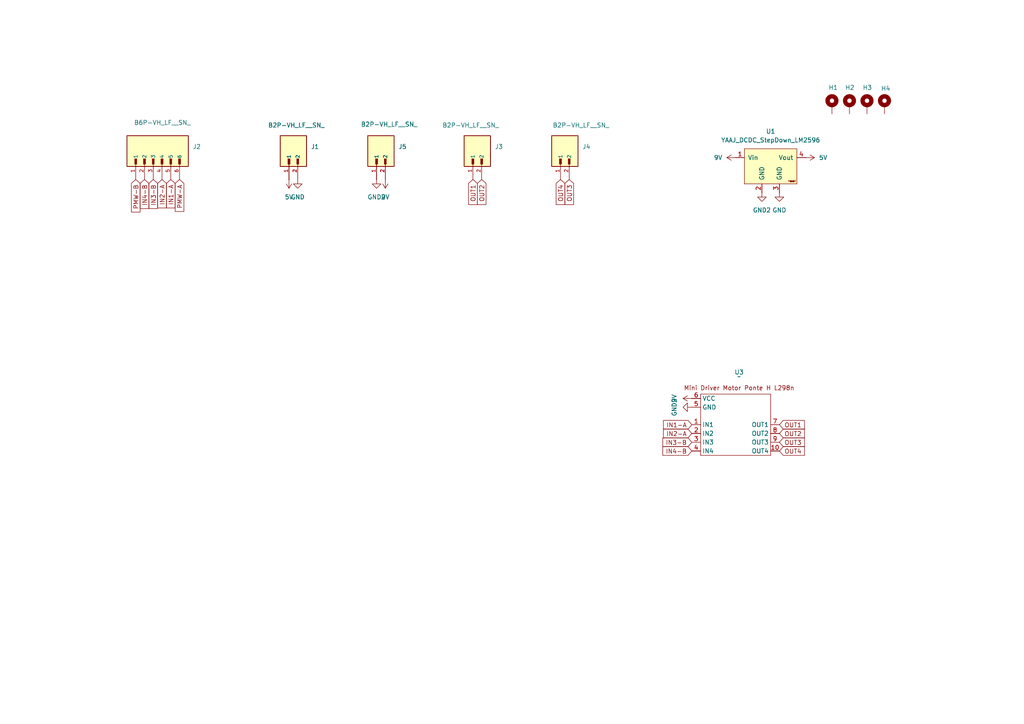
<source format=kicad_sch>
(kicad_sch (version 20231120) (generator "eeschema") (generator_version "8.0")
  (paper "A4")
  (lib_symbols
    (symbol "Mechanical:MountingHole_Pad" (pin_numbers hide) (pin_names (offset 1.016) hide) (exclude_from_sim yes) (in_bom no)
      (property "Reference" "H" (at 0 6.35 0))
      (property "Value" "MountingHole_Pad" (at 0 4.445 0))
      (symbol "MountingHole_Pad_0_1"
        (circle (center 0 1.27) (radius 1.27) (stroke (width 1.27)))
      )
      (symbol "MountingHole_Pad_1_1"
        (pin input line (at 0 -2.54 90) (length 2.54) (name "1") (number "1"))
      )
    )
    (symbol "importados:B2P-VH_LF__SN_" (pin_names (offset 1.016))
      (property "Reference" "J" (at -2.54 3.302 0))
      (property "Value" "B2P-VH_LF__SN_" (at -2.54 -7.62 0))
      (symbol "B2P-VH_LF__SN__0_0"
        (rectangle (start -3.81 -5.08) (end 5.08 2.54) (stroke (width 0.254)) (fill (type background)))
        (rectangle (start -3.175 -2.8575) (end -1.5875 -2.2225) (stroke (width 0.1)) (fill (type outline)))
        (rectangle (start -3.175 -0.3175) (end -1.5875 0.3175) (stroke (width 0.1)) (fill (type outline)))
        (pin passive line (at -7.62 0 0) (length 5.08) (name "1") (number "1"))
        (pin passive line (at -7.62 -2.54 0) (length 5.08) (name "2") (number "2"))
      )
    )
    (symbol "importados:B6P-VH_LF__SN_" (pin_names (offset 1.016))
      (property "Reference" "J" (at -3.81 8.255 0))
      (property "Value" "B6P-VH_LF__SN_" (at -3.81 -12.7 0))
      (symbol "B6P-VH_LF__SN__0_0"
        (rectangle (start -3.81 -10.16) (end 5.08 7.62) (stroke (width 0.254)) (fill (type background)))
        (rectangle (start -3.175 -7.9375) (end -1.5875 -7.3025) (stroke (width 0.1)) (fill (type outline)))
        (rectangle (start -3.175 -5.3975) (end -1.5875 -4.7625) (stroke (width 0.1)) (fill (type outline)))
        (rectangle (start -3.175 -2.8575) (end -1.5875 -2.2225) (stroke (width 0.1)) (fill (type outline)))
        (rectangle (start -3.175 -0.3175) (end -1.5875 0.3175) (stroke (width 0.1)) (fill (type outline)))
        (rectangle (start -3.175 2.2225) (end -1.5875 2.8575) (stroke (width 0.1)) (fill (type outline)))
        (rectangle (start -3.175 4.7625) (end -1.5875 5.3975) (stroke (width 0.1)) (fill (type outline)))
        (pin passive line (at -7.62 5.08 0) (length 5.08) (name "1") (number "1"))
        (pin passive line (at -7.62 2.54 0) (length 5.08) (name "2") (number "2"))
        (pin passive line (at -7.62 0 0) (length 5.08) (name "3") (number "3"))
        (pin passive line (at -7.62 -2.54 0) (length 5.08) (name "4") (number "4"))
        (pin passive line (at -7.62 -5.08 0) (length 5.08) (name "5") (number "5"))
        (pin passive line (at -7.62 -7.62 0) (length 5.08) (name "6") (number "6"))
      )
    )
    (symbol "importados:Mini_L298N"
      (property "Reference" "U" (at 13.462 4.064 0))
      (symbol "Mini_L298N_0_1"
        (rectangle (start 3.81 0) (end 24.13 -17.78))
      )
      (symbol "Mini_L298N_1_1"
        (text "Mini Driver Motor Ponte H L298n" (at 14.986 1.778 0) (effects (font (size 1.27 1.27))))
        (pin input line (at 1.27 -8.89 0) (length 2.54) (name "IN1") (number "1"))
        (pin output line (at 26.67 -16.51 180) (length 2.54) (name "OUT4") (number "10"))
        (pin input line (at 1.27 -11.43 0) (length 2.54) (name "IN2") (number "2"))
        (pin input line (at 1.27 -13.97 0) (length 2.54) (name "IN3") (number "3"))
        (pin input line (at 1.27 -16.51 0) (length 2.54) (name "IN4") (number "4"))
        (pin input line (at 1.27 -3.81 0) (length 2.54) (name "GND") (number "5"))
        (pin power_in line (at 1.27 -1.27 0) (length 2.54) (name "VCC") (number "6"))
        (pin output line (at 26.67 -8.89 180) (length 2.54) (name "OUT1") (number "7"))
        (pin output line (at 26.67 -11.43 180) (length 2.54) (name "OUT2") (number "8"))
        (pin output line (at 26.67 -13.97 180) (length 2.54) (name "OUT3") (number "9"))
      )
    )
    (symbol "power:GND" (power) (pin_numbers hide) (pin_names (offset 0) hide)
      (property "Value" "GND" (at 0 -3.81 0))
      (symbol "GND_0_1"
        (polyline (pts (xy 0 0) (xy 0 -1.27) (xy 1.27 -1.27) (xy 0 -2.54) (xy -1.27 -1.27) (xy 0 -1.27)))
      )
      (symbol "GND_1_1"
        (pin power_in line (at 0 0 270) (length 0) (name "~") (number "1"))
      )
    )
    (symbol "power:VCC" (power) (pin_numbers hide) (pin_names (offset 0) hide)
      (property "Value" "VCC" (at 0 3.556 0))
      (symbol "VCC_0_1"
        (polyline (pts (xy -0.762 1.27) (xy 0 2.54)))
        (polyline (pts (xy 0 0) (xy 0 2.54)))
        (polyline (pts (xy 0 2.54) (xy 0.762 1.27)))
      )
      (symbol "VCC_1_1"
        (pin power_in line (at 0 0 90) (length 0) (name "~") (number "1"))
      )
    )
    (symbol "yaaj_dcdc_stepdown_lm2596:YAAJ_DCDC_StepDown_LM2596" (pin_names (offset 1.016))
      (property "Reference" "U" (at -5.08 6.35 0))
      (property "Value" "YAAJ_DCDC_StepDown_LM2596" (at 0 11.43 0))
      (symbol "YAAJ_DCDC_StepDown_LM2596_0_1"
        (rectangle (start -7.62 5.08) (end 7.62 -5.08) (fill (type background)))
      )
      (symbol "YAAJ_DCDC_StepDown_LM2596_1_1"
        (text "Y@@V" (at 6.1976 -4.2672 0) (effects (font (size 0.508 0.508))))
        (pin power_in line (at -10.16 2.54 0) (length 2.54) (name "Vin") (number "1"))
        (pin power_in line (at -2.54 -7.62 90) (length 2.54) (name "GND") (number "2"))
        (pin power_in line (at 2.54 -7.62 90) (length 2.54) (name "GND") (number "3"))
        (pin power_out line (at 10.16 2.54 180) (length 2.54) (name "Vout") (number "4"))
      )
    )
  )
  (global_label "IN4-B" (shape input) (at 41.91 52.07 270) (property "Intersheetrefs" "${INTERSHEET_REFS}" (effects (hide yes))))
  (global_label "IN2-A" (shape input) (at 200.66 125.73 180) (property "Intersheetrefs" "${INTERSHEET_REFS}" (effects (hide yes))))
  (global_label "OUT4" (shape input) (at 226.06 130.81 0) (property "Intersheetrefs" "${INTERSHEET_REFS}" (effects (hide yes))))
  (global_label "IN1-A" (shape input) (at 49.53 52.07 270) (property "Intersheetrefs" "${INTERSHEET_REFS}" (effects (hide yes))))
  (global_label "OUT2" (shape input) (at 139.7 52.07 270) (property "Intersheetrefs" "${INTERSHEET_REFS}" (effects (hide yes))))
  (global_label "PMW-B" (shape input) (at 39.37 52.07 270) (property "Intersheetrefs" "${INTERSHEET_REFS}" (effects (hide yes))))
  (global_label "PMW-A" (shape input) (at 52.07 52.07 270) (property "Intersheetrefs" "${INTERSHEET_REFS}" (effects (hide yes))))
  (global_label "IN2-A" (shape input) (at 46.99 52.07 270) (property "Intersheetrefs" "${INTERSHEET_REFS}" (effects (hide yes))))
  (global_label "OUT2" (shape input) (at 226.06 125.73 0) (property "Intersheetrefs" "${INTERSHEET_REFS}" (effects (hide yes))))
  (global_label "OUT3" (shape input) (at 226.06 128.27 0) (property "Intersheetrefs" "${INTERSHEET_REFS}" (effects (hide yes))))
  (global_label "OUT4" (shape input) (at 162.56 52.07 270) (property "Intersheetrefs" "${INTERSHEET_REFS}" (effects (hide yes))))
  (global_label "OUT1" (shape input) (at 137.16 52.07 270) (property "Intersheetrefs" "${INTERSHEET_REFS}" (effects (hide yes))))
  (global_label "OUT1" (shape input) (at 226.06 123.19 0) (property "Intersheetrefs" "${INTERSHEET_REFS}" (effects (hide yes))))
  (global_label "IN4-B" (shape input) (at 200.66 130.81 180) (property "Intersheetrefs" "${INTERSHEET_REFS}" (effects (hide yes))))
  (global_label "OUT3" (shape input) (at 165.1 52.07 270) (property "Intersheetrefs" "${INTERSHEET_REFS}" (effects (hide yes))))
  (global_label "IN1-A" (shape input) (at 200.66 123.19 180) (property "Intersheetrefs" "${INTERSHEET_REFS}" (effects (hide yes))))
  (global_label "IN3-B" (shape input) (at 44.45 52.07 270) (property "Intersheetrefs" "${INTERSHEET_REFS}" (effects (hide yes))))
  (global_label "IN3-B" (shape input) (at 200.66 128.27 180) (property "Intersheetrefs" "${INTERSHEET_REFS}" (effects (hide yes))))
  (symbol (lib_id "importados:B6P-VH_LF__SN_") (at 44.45 44.45 90) (unit 1)
    (property "Reference" "J2" (at 55.88 42.5449 90) (effects (justify right)))
    (property "Value" "B6P-VH_LF__SN_" (at 38.862 35.56 90) (effects (justify right)))
    (property "Footprint" "importados:JST_B6P-VH_LF__SN_" (effects (hide yes)))
  )
  (symbol (lib_id "power:GND") (at 226.06 55.88 0) (unit 1)
    (property "Reference" "#PWR07" (effects (hide yes)))
    (property "Value" "GND" (at 226.06 60.96 0))
    (property "Description" "Power symbol creates a global label with name \"GND\" , ground" (effects (hide yes)))
  )
  (symbol (lib_id "power:VCC") (at 200.66 115.57 90) (unit 1)
    (property "Reference" "#PWR09" (effects (hide yes)))
    (property "Value" "9V" (at 195.58 115.57 0))
    (property "Description" "Power symbol creates a global label with name \"VCC\"" (effects (hide yes)))
  )
  (symbol (lib_id "power:GND") (at 200.66 118.11 270) (unit 1)
    (property "Reference" "#PWR010" (effects (hide yes)))
    (property "Value" "GND2" (at 195.58 118.11 0))
    (property "Description" "Power symbol creates a global label with name \"GND\" , ground" (effects (hide yes)))
  )
  (symbol (lib_id "power:VCC") (at 111.76 52.07 0) (mirror x) (unit 1)
    (property "Reference" "#PWR05" (effects (hide yes)))
    (property "Value" "9V" (at 111.76 57.15 0))
    (property "Description" "Power symbol creates a global label with name \"VCC\"" (effects (hide yes)))
  )
  (symbol (lib_id "power:VCC") (at 233.68 45.72 270) (unit 1)
    (property "Reference" "#PWR08" (effects (hide yes)))
    (property "Value" "5V" (at 237.49 45.7199 90) (effects (justify left)))
    (property "Description" "Power symbol creates a global label with name \"VCC\"" (effects (hide yes)))
  )
  (symbol (lib_id "importados:B2P-VH_LF__SN_") (at 109.22 44.45 90) (unit 1)
    (property "Reference" "J5" (at 115.57 42.5449 90) (effects (justify right)))
    (property "Value" "B2P-VH_LF__SN_" (at 104.648 36.068 90) (effects (justify right)))
    (property "Footprint" "importados:JST_B2P-VH_LF__SN_" (effects (hide yes)))
  )
  (symbol (lib_id "Mechanical:MountingHole_Pad") (at 251.46 30.48 0) (unit 1) (exclude_from_sim yes) (in_bom no)
    (property "Reference" "H3" (at 250.19 25.4 0) (effects (justify left)))
    (property "Value" "MountingHole_Pad" (effects (hide yes)))
    (property "Footprint" "MountingHole:MountingHole_3.2mm_M3_DIN965_Pad" (effects (hide yes)))
    (property "Description" "Mounting Hole with connection" (effects (hide yes)))
  )
  (symbol (lib_id "power:GND") (at 109.22 52.07 0) (mirror y) (unit 1)
    (property "Reference" "#PWR02" (effects (hide yes)))
    (property "Value" "GND2" (at 109.22 57.15 0))
    (property "Description" "Power symbol creates a global label with name \"GND\" , ground" (effects (hide yes)))
  )
  (symbol (lib_id "Mechanical:MountingHole_Pad") (at 256.54 30.48 0) (unit 1) (exclude_from_sim yes) (in_bom no)
    (property "Reference" "H4" (at 255.524 25.654 0) (effects (justify left)))
    (property "Value" "MountingHole_Pad" (effects (hide yes)))
    (property "Footprint" "MountingHole:MountingHole_3.2mm_M3_DIN965_Pad" (effects (hide yes)))
    (property "Description" "Mounting Hole with connection" (effects (hide yes)))
  )
  (symbol (lib_id "yaaj_dcdc_stepdown_lm2596:YAAJ_DCDC_StepDown_LM2596") (at 223.52 48.26 0) (unit 1)
    (property "Reference" "U1" (at 223.52 38.1 0))
    (property "Value" "YAAJ_DCDC_StepDown_LM2596" (at 223.52 40.64 0))
    (property "Footprint" "KiCad:YAAJ_DCDC_StepDown_LM2596" (effects (hide yes)))
    (property "Description" "module : adjustable step down module 3.2V-40V to 1.25V-35V 3A" (effects (hide yes)))
  )
  (symbol (lib_id "Mechanical:MountingHole_Pad") (at 241.3 30.48 0) (unit 1) (exclude_from_sim yes) (in_bom no)
    (property "Reference" "H1" (at 240.284 25.4 0) (effects (justify left)))
    (property "Value" "MountingHole_Pad" (effects (hide yes)))
    (property "Footprint" "MountingHole:MountingHole_3.2mm_M3_DIN965_Pad" (effects (hide yes)))
    (property "Description" "Mounting Hole with connection" (effects (hide yes)))
  )
  (symbol (lib_id "power:VCC") (at 213.36 45.72 90) (mirror x) (unit 1)
    (property "Reference" "#PWR01" (effects (hide yes)))
    (property "Value" "9V" (at 209.55 45.7199 90) (effects (justify left)))
    (property "Description" "Power symbol creates a global label with name \"VCC\"" (effects (hide yes)))
  )
  (symbol (lib_id "power:VCC") (at 83.82 52.07 0) (mirror x) (unit 1)
    (property "Reference" "#PWR04" (effects (hide yes)))
    (property "Value" "5V" (at 83.82 57.15 0))
    (property "Description" "Power symbol creates a global label with name \"VCC\"" (effects (hide yes)))
  )
  (symbol (lib_id "Mechanical:MountingHole_Pad") (at 246.38 30.48 0) (unit 1) (exclude_from_sim yes) (in_bom no)
    (property "Reference" "H2" (at 245.11 25.4 0) (effects (justify left)))
    (property "Value" "MountingHole_Pad" (effects (hide yes)))
    (property "Footprint" "MountingHole:MountingHole_3.2mm_M3_DIN965_Pad" (effects (hide yes)))
    (property "Description" "Mounting Hole with connection" (effects (hide yes)))
  )
  (symbol (lib_id "importados:B2P-VH_LF__SN_") (at 162.56 44.45 90) (unit 1)
    (property "Reference" "J4" (at 168.91 42.5449 90) (effects (justify right)))
    (property "Value" "B2P-VH_LF__SN_" (at 160.274 36.322 90) (effects (justify right)))
    (property "Footprint" "importados:JST_B2P-VH_LF__SN_" (effects (hide yes)))
  )
  (symbol (lib_id "power:GND") (at 86.36 52.07 0) (mirror y) (unit 1)
    (property "Reference" "#PWR03" (effects (hide yes)))
    (property "Value" "GND" (at 86.36 57.15 0))
    (property "Description" "Power symbol creates a global label with name \"GND\" , ground" (effects (hide yes)))
  )
  (symbol (lib_id "importados:B2P-VH_LF__SN_") (at 83.82 44.45 90) (unit 1)
    (property "Reference" "J1" (at 90.17 42.5449 90) (effects (justify right)))
    (property "Value" "B2P-VH_LF__SN_" (at 77.724 36.322 90) (effects (justify right)))
    (property "Footprint" "importados:JST_B2P-VH_LF__SN_" (effects (hide yes)))
  )
  (symbol (lib_id "importados:B2P-VH_LF__SN_") (at 137.16 44.45 90) (unit 1)
    (property "Reference" "J3" (at 143.51 42.5449 90) (effects (justify right)))
    (property "Value" "B2P-VH_LF__SN_" (at 128.27 36.322 90) (effects (justify right)))
    (property "Footprint" "importados:JST_B2P-VH_LF__SN_" (effects (hide yes)))
  )
  (symbol (lib_id "power:GND") (at 220.98 55.88 0) (unit 1)
    (property "Reference" "#PWR06" (effects (hide yes)))
    (property "Value" "GND2" (at 220.98 60.96 0))
    (property "Description" "Power symbol creates a global label with name \"GND\" , ground" (effects (hide yes)))
  )
  (symbol (lib_id "importados:Mini_L298N") (at 199.39 114.3 0) (unit 1)
    (property "Reference" "U3" (at 214.376 107.95 0))
    (property "Value" "~" (at 214.376 109.22 0))
    (property "Footprint" "importados:Mini Driver Motor Ponte H L298n" (effects (hide yes)))
  )
)
</source>
